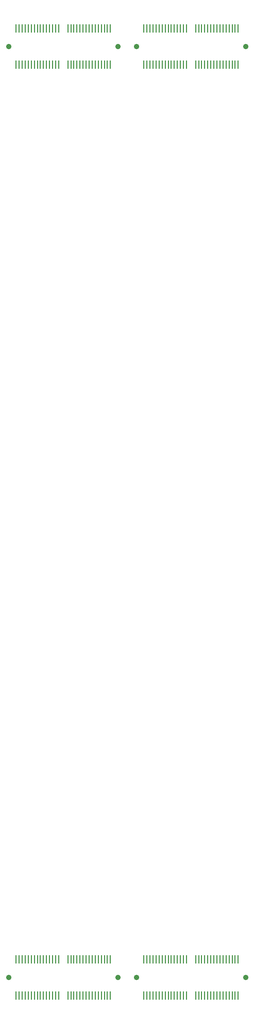
<source format=gbs>
G04 #@! TF.GenerationSoftware,KiCad,Pcbnew,(5.1.9)-1*
G04 #@! TF.CreationDate,2021-12-19T15:13:43-05:00*
G04 #@! TF.ProjectId,backplane-breakout-FPC,6261636b-706c-4616-9e65-2d627265616b,rev?*
G04 #@! TF.SameCoordinates,Original*
G04 #@! TF.FileFunction,Soldermask,Bot*
G04 #@! TF.FilePolarity,Negative*
%FSLAX46Y46*%
G04 Gerber Fmt 4.6, Leading zero omitted, Abs format (unit mm)*
G04 Created by KiCad (PCBNEW (5.1.9)-1) date 2021-12-19 15:13:43*
%MOMM*%
%LPD*%
G01*
G04 APERTURE LIST*
%ADD10C,0.890000*%
%ADD11R,0.280000X1.350000*%
G04 APERTURE END LIST*
D10*
X133955000Y-28000000D03*
X116045000Y-28000000D03*
D11*
X132750000Y-30950000D03*
X132750000Y-25050000D03*
X132250000Y-30950000D03*
X132250000Y-25050000D03*
X131750000Y-30950000D03*
X131750000Y-25050000D03*
X131250000Y-30950000D03*
X131250000Y-25050000D03*
X130750000Y-30950000D03*
X130750000Y-25050000D03*
X130250000Y-30950000D03*
X130250000Y-25050000D03*
X129750000Y-30950000D03*
X129750000Y-25050000D03*
X129250000Y-30950000D03*
X129250000Y-25050000D03*
X128750000Y-30950000D03*
X128750000Y-25050000D03*
X128250000Y-30950000D03*
X128250000Y-25050000D03*
X127750000Y-30950000D03*
X127750000Y-25050000D03*
X127250000Y-30950000D03*
X127250000Y-25050000D03*
X126750000Y-30950000D03*
X126750000Y-25050000D03*
X126250000Y-30950000D03*
X126250000Y-25050000D03*
X125750000Y-30950000D03*
X125750000Y-25050000D03*
X124250000Y-30950000D03*
X124250000Y-25050000D03*
X123750000Y-30950000D03*
X123750000Y-25050000D03*
X123250000Y-30950000D03*
X123250000Y-25050000D03*
X122750000Y-30950000D03*
X122750000Y-25050000D03*
X122250000Y-30950000D03*
X122250000Y-25050000D03*
X121750000Y-30950000D03*
X121750000Y-25050000D03*
X121250000Y-30950000D03*
X121250000Y-25050000D03*
X120750000Y-30950000D03*
X120750000Y-25050000D03*
X120250000Y-30950000D03*
X120250000Y-25050000D03*
X119750000Y-30950000D03*
X119750000Y-25050000D03*
X119250000Y-30950000D03*
X119250000Y-25050000D03*
X118750000Y-30950000D03*
X118750000Y-25050000D03*
X118250000Y-30950000D03*
X118250000Y-25050000D03*
X117750000Y-30950000D03*
X117750000Y-25050000D03*
X117250000Y-30950000D03*
X117250000Y-25050000D03*
D10*
X154955000Y-180400000D03*
X137045000Y-180400000D03*
D11*
X153750000Y-183350000D03*
X153750000Y-177450000D03*
X153250000Y-183350000D03*
X153250000Y-177450000D03*
X152750000Y-183350000D03*
X152750000Y-177450000D03*
X152250000Y-183350000D03*
X152250000Y-177450000D03*
X151750000Y-183350000D03*
X151750000Y-177450000D03*
X151250000Y-183350000D03*
X151250000Y-177450000D03*
X150750000Y-183350000D03*
X150750000Y-177450000D03*
X150250000Y-183350000D03*
X150250000Y-177450000D03*
X149750000Y-183350000D03*
X149750000Y-177450000D03*
X149250000Y-183350000D03*
X149250000Y-177450000D03*
X148750000Y-183350000D03*
X148750000Y-177450000D03*
X148250000Y-183350000D03*
X148250000Y-177450000D03*
X147750000Y-183350000D03*
X147750000Y-177450000D03*
X147250000Y-183350000D03*
X147250000Y-177450000D03*
X146750000Y-183350000D03*
X146750000Y-177450000D03*
X145250000Y-183350000D03*
X145250000Y-177450000D03*
X144750000Y-183350000D03*
X144750000Y-177450000D03*
X144250000Y-183350000D03*
X144250000Y-177450000D03*
X143750000Y-183350000D03*
X143750000Y-177450000D03*
X143250000Y-183350000D03*
X143250000Y-177450000D03*
X142750000Y-183350000D03*
X142750000Y-177450000D03*
X142250000Y-183350000D03*
X142250000Y-177450000D03*
X141750000Y-183350000D03*
X141750000Y-177450000D03*
X141250000Y-183350000D03*
X141250000Y-177450000D03*
X140750000Y-183350000D03*
X140750000Y-177450000D03*
X140250000Y-183350000D03*
X140250000Y-177450000D03*
X139750000Y-183350000D03*
X139750000Y-177450000D03*
X139250000Y-183350000D03*
X139250000Y-177450000D03*
X138750000Y-183350000D03*
X138750000Y-177450000D03*
X138250000Y-183350000D03*
X138250000Y-177450000D03*
D10*
X133955000Y-180400000D03*
X116045000Y-180400000D03*
D11*
X132750000Y-183350000D03*
X132750000Y-177450000D03*
X132250000Y-183350000D03*
X132250000Y-177450000D03*
X131750000Y-183350000D03*
X131750000Y-177450000D03*
X131250000Y-183350000D03*
X131250000Y-177450000D03*
X130750000Y-183350000D03*
X130750000Y-177450000D03*
X130250000Y-183350000D03*
X130250000Y-177450000D03*
X129750000Y-183350000D03*
X129750000Y-177450000D03*
X129250000Y-183350000D03*
X129250000Y-177450000D03*
X128750000Y-183350000D03*
X128750000Y-177450000D03*
X128250000Y-183350000D03*
X128250000Y-177450000D03*
X127750000Y-183350000D03*
X127750000Y-177450000D03*
X127250000Y-183350000D03*
X127250000Y-177450000D03*
X126750000Y-183350000D03*
X126750000Y-177450000D03*
X126250000Y-183350000D03*
X126250000Y-177450000D03*
X125750000Y-183350000D03*
X125750000Y-177450000D03*
X124250000Y-183350000D03*
X124250000Y-177450000D03*
X123750000Y-183350000D03*
X123750000Y-177450000D03*
X123250000Y-183350000D03*
X123250000Y-177450000D03*
X122750000Y-183350000D03*
X122750000Y-177450000D03*
X122250000Y-183350000D03*
X122250000Y-177450000D03*
X121750000Y-183350000D03*
X121750000Y-177450000D03*
X121250000Y-183350000D03*
X121250000Y-177450000D03*
X120750000Y-183350000D03*
X120750000Y-177450000D03*
X120250000Y-183350000D03*
X120250000Y-177450000D03*
X119750000Y-183350000D03*
X119750000Y-177450000D03*
X119250000Y-183350000D03*
X119250000Y-177450000D03*
X118750000Y-183350000D03*
X118750000Y-177450000D03*
X118250000Y-183350000D03*
X118250000Y-177450000D03*
X117750000Y-183350000D03*
X117750000Y-177450000D03*
X117250000Y-183350000D03*
X117250000Y-177450000D03*
D10*
X154955000Y-28000000D03*
X137045000Y-28000000D03*
D11*
X153750000Y-30950000D03*
X153750000Y-25050000D03*
X153250000Y-30950000D03*
X153250000Y-25050000D03*
X152750000Y-30950000D03*
X152750000Y-25050000D03*
X152250000Y-30950000D03*
X152250000Y-25050000D03*
X151750000Y-30950000D03*
X151750000Y-25050000D03*
X151250000Y-30950000D03*
X151250000Y-25050000D03*
X150750000Y-30950000D03*
X150750000Y-25050000D03*
X150250000Y-30950000D03*
X150250000Y-25050000D03*
X149750000Y-30950000D03*
X149750000Y-25050000D03*
X149250000Y-30950000D03*
X149250000Y-25050000D03*
X148750000Y-30950000D03*
X148750000Y-25050000D03*
X148250000Y-30950000D03*
X148250000Y-25050000D03*
X147750000Y-30950000D03*
X147750000Y-25050000D03*
X147250000Y-30950000D03*
X147250000Y-25050000D03*
X146750000Y-30950000D03*
X146750000Y-25050000D03*
X145250000Y-30950000D03*
X145250000Y-25050000D03*
X144750000Y-30950000D03*
X144750000Y-25050000D03*
X144250000Y-30950000D03*
X144250000Y-25050000D03*
X143750000Y-30950000D03*
X143750000Y-25050000D03*
X143250000Y-30950000D03*
X143250000Y-25050000D03*
X142750000Y-30950000D03*
X142750000Y-25050000D03*
X142250000Y-30950000D03*
X142250000Y-25050000D03*
X141750000Y-30950000D03*
X141750000Y-25050000D03*
X141250000Y-30950000D03*
X141250000Y-25050000D03*
X140750000Y-30950000D03*
X140750000Y-25050000D03*
X140250000Y-30950000D03*
X140250000Y-25050000D03*
X139750000Y-30950000D03*
X139750000Y-25050000D03*
X139250000Y-30950000D03*
X139250000Y-25050000D03*
X138750000Y-30950000D03*
X138750000Y-25050000D03*
X138250000Y-30950000D03*
X138250000Y-25050000D03*
M02*

</source>
